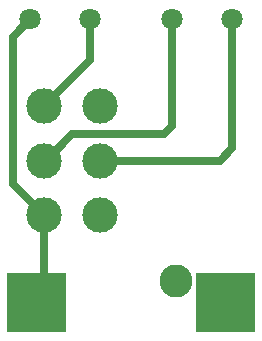
<source format=gbl>
G04 (created by PCBNEW (2013-07-07 BZR 4022)-stable) date 2015/08/15 16:03:12*
%MOIN*%
G04 Gerber Fmt 3.4, Leading zero omitted, Abs format*
%FSLAX34Y34*%
G01*
G70*
G90*
G04 APERTURE LIST*
%ADD10C,0.00590551*%
%ADD11C,0.11811*%
%ADD12C,0.110236*%
%ADD13C,0.0708661*%
%ADD14C,0.0275591*%
G04 APERTURE END LIST*
G54D10*
G54D11*
X117165Y-80551D03*
X117165Y-78740D03*
X117165Y-76929D03*
X119055Y-80551D03*
X119055Y-78740D03*
X119055Y-76929D03*
G54D10*
G36*
X122244Y-84448D02*
X122244Y-82480D01*
X124212Y-82480D01*
X124212Y-84448D01*
X122244Y-84448D01*
X122244Y-84448D01*
G37*
G36*
X115944Y-84448D02*
X115944Y-82480D01*
X117913Y-82480D01*
X117913Y-84448D01*
X115944Y-84448D01*
X115944Y-84448D01*
G37*
G54D12*
X121574Y-82755D03*
G54D13*
X118716Y-74015D03*
X116716Y-74015D03*
X123440Y-74015D03*
X121440Y-74015D03*
G54D14*
X117165Y-80551D02*
X117165Y-83228D01*
X117165Y-83228D02*
X116929Y-83464D01*
X116716Y-74015D02*
X116716Y-74031D01*
X116141Y-79527D02*
X117165Y-80551D01*
X116141Y-74606D02*
X116141Y-79527D01*
X116716Y-74031D02*
X116141Y-74606D01*
X117165Y-76929D02*
X118700Y-75393D01*
X118700Y-74031D02*
X118716Y-74015D01*
X118700Y-75393D02*
X118700Y-74031D01*
X117165Y-78740D02*
X117224Y-78740D01*
X121440Y-77574D02*
X121440Y-74015D01*
X121161Y-77854D02*
X121440Y-77574D01*
X118110Y-77854D02*
X121161Y-77854D01*
X117224Y-78740D02*
X118110Y-77854D01*
X119055Y-78740D02*
X123031Y-78740D01*
X123440Y-78330D02*
X123440Y-74015D01*
X123031Y-78740D02*
X123440Y-78330D01*
M02*

</source>
